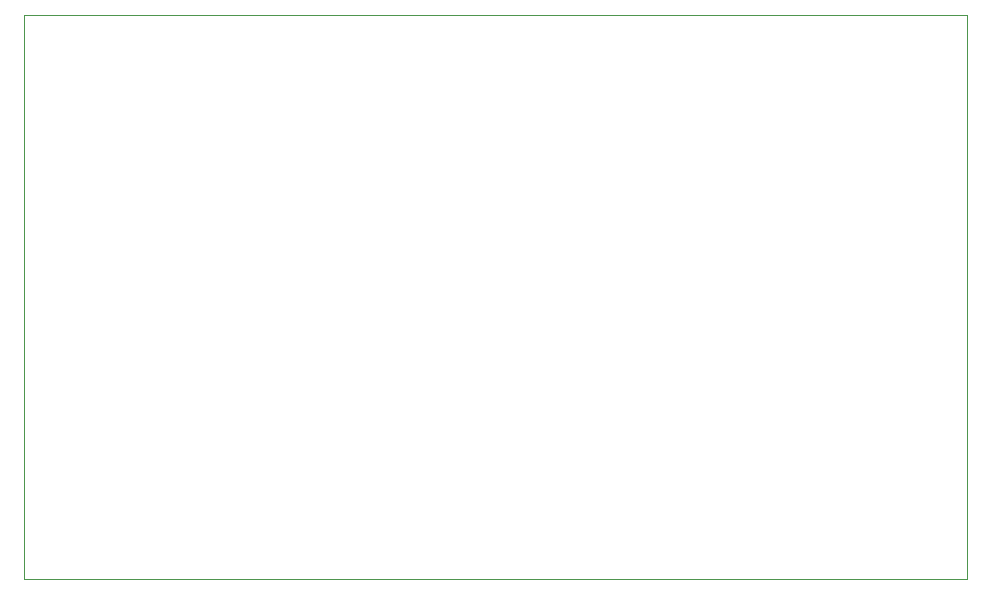
<source format=gbr>
%TF.GenerationSoftware,KiCad,Pcbnew,(6.0.2)*%
%TF.CreationDate,2022-04-05T12:49:12-06:00*%
%TF.ProjectId,PowerBook_F4_THTV1,506f7765-7242-46f6-9f6b-5f46345f5448,rev?*%
%TF.SameCoordinates,Original*%
%TF.FileFunction,Profile,NP*%
%FSLAX46Y46*%
G04 Gerber Fmt 4.6, Leading zero omitted, Abs format (unit mm)*
G04 Created by KiCad (PCBNEW (6.0.2)) date 2022-04-05 12:49:12*
%MOMM*%
%LPD*%
G01*
G04 APERTURE LIST*
%TA.AperFunction,Profile*%
%ADD10C,0.050000*%
%TD*%
G04 APERTURE END LIST*
D10*
X144973040Y-107950000D02*
X144973040Y-60198000D01*
X144973040Y-107950000D02*
X65151000Y-107950000D01*
X144973040Y-60198000D02*
X65151000Y-60198000D01*
X65151000Y-60198000D02*
X65151000Y-107950000D01*
M02*

</source>
